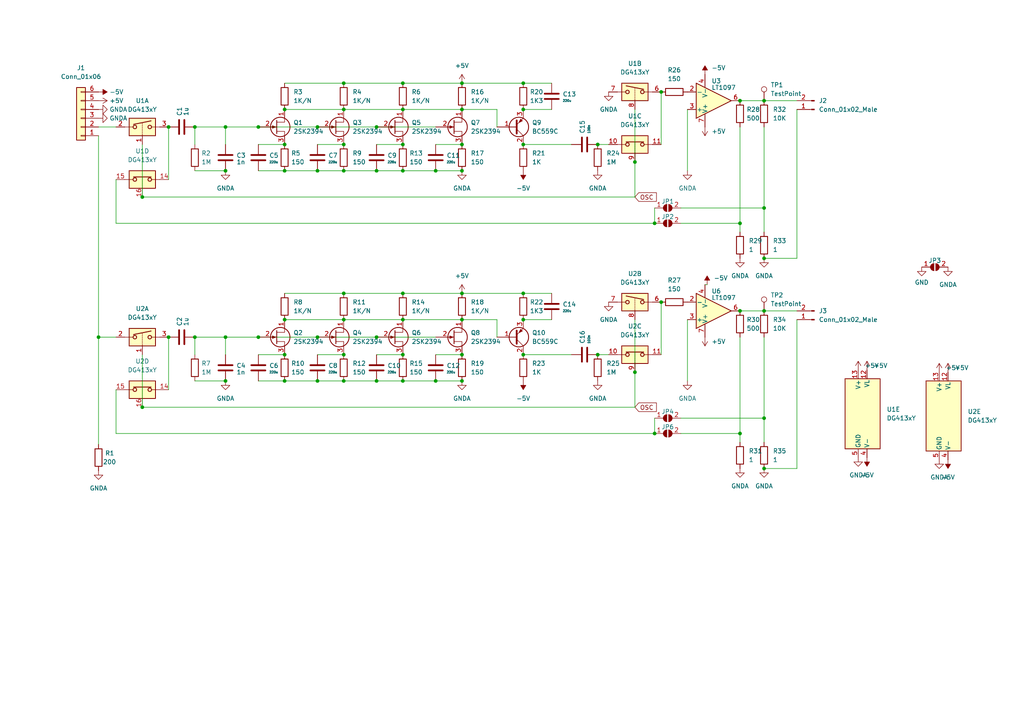
<source format=kicad_sch>
(kicad_sch (version 20211123) (generator eeschema)
  (paper "A4")
  (lib_symbols
    (symbol "Amplifier_Operational:LMH6609MA" (pin_names (offset 0.127))
      (property "Reference" "U" (at 0 6.35 0))
      (property "Value" "LMH6609MA" (at 0 3.81 0))
      (symbol "LMH6609MA_0_1"
        (polyline (pts (xy -5.08 5.08) (xy 5.08 0) (xy -5.08 -5.08) (xy -5.08 5.08)) (stroke (width 0.254)) (fill (type background)))
      )
      (symbol "LMH6609MA_1_1"
        (pin no_connect line (at -2.54 2.54 270) (length 2.54) hide (name "NC") (number "1"))
        (pin input line (at -7.62 -2.54 0) (length 2.54) (name "-") (number "2"))
        (pin input line (at -7.62 2.54 0) (length 2.54) (name "+") (number "3"))
        (pin power_in line (at -2.54 -7.62 90) (length 3.81) (name "V-") (number "4"))
        (pin no_connect line (at 0 2.54 270) (length 2.54) hide (name "NC") (number "5"))
        (pin output line (at 7.62 0 180) (length 2.54) (name "~") (number "6"))
        (pin power_in line (at -2.54 7.62 270) (length 3.81) (name "V+") (number "7"))
        (pin no_connect line (at 0 -2.54 90) (length 2.54) hide (name "NC") (number "8"))
      )
    )
    (symbol "Analog_Switch:DG413xY" (pin_names (offset 0.254))
      (property "Reference" "U" (at -3.175 5.334 0))
      (property "Value" "DG413xY" (at -3.175 3.556 0))
      (symbol "DG413xY_1_1"
        (rectangle (start -3.81 2.54) (end 3.81 -2.54) (stroke (width 0.254)) (fill (type background)))
        (circle (center -2.159 0) (radius 0.508) (stroke (width 0.254)))
        (polyline (pts (xy -5.08 0) (xy -2.794 0)))
        (polyline (pts (xy -2.54 0.762) (xy 2.54 1.778)) (stroke (width 0.254)))
        (polyline (pts (xy 0 -2.54) (xy 0 -2.032)))
        (polyline (pts (xy 0 -1.778) (xy 0 -1.524)))
        (polyline (pts (xy 0 -1.27) (xy 0 -1.016)))
        (polyline (pts (xy 0 -0.762) (xy 0 -0.508)))
        (polyline (pts (xy 0 -0.254) (xy 0 0)))
        (polyline (pts (xy 0 0.254) (xy 0 0.508)))
        (polyline (pts (xy 0 0.762) (xy 0 1.016)))
        (polyline (pts (xy 5.08 0) (xy 2.794 0)))
        (circle (center 2.159 0) (radius 0.508) (stroke (width 0.254)))
        (pin input line (at 0 -5.08 90) (length 2.54) (name "~") (number "1"))
        (pin passive line (at -7.62 0 0) (length 2.54) (name "~") (number "2"))
        (pin passive line (at 7.62 0 180) (length 2.54) (name "~") (number "3"))
      )
      (symbol "DG413xY_2_1"
        (rectangle (start -3.81 2.54) (end 3.81 -2.54) (stroke (width 0.254)) (fill (type background)))
        (circle (center -2.159 0) (radius 0.508) (stroke (width 0.254)))
        (polyline (pts (xy -5.08 0) (xy -2.794 0)))
        (polyline (pts (xy -2.54 0.762) (xy 2.54 1.778)) (stroke (width 0.254)))
        (polyline (pts (xy 0 -2.54) (xy 0 -2.032)))
        (polyline (pts (xy 0 -1.778) (xy 0 -1.524)))
        (polyline (pts (xy 0 -1.27) (xy 0 -1.016)))
        (polyline (pts (xy 0 -0.762) (xy 0 -0.508)))
        (polyline (pts (xy 0 -0.254) (xy 0 0)))
        (polyline (pts (xy 0 0.254) (xy 0 0.508)))
        (polyline (pts (xy 0 0.762) (xy 0 1.016)))
        (polyline (pts (xy 5.08 0) (xy 2.794 0)))
        (circle (center 2.159 0) (radius 0.508) (stroke (width 0.254)))
        (pin passive line (at -7.62 0 0) (length 2.54) (name "~") (number "6"))
        (pin passive line (at 7.62 0 180) (length 2.54) (name "~") (number "7"))
        (pin input line (at 0 -5.08 90) (length 2.54) (name "~") (number "8"))
      )
      (symbol "DG413xY_3_1"
        (rectangle (start -3.81 2.54) (end 3.81 -2.54) (stroke (width 0.254)) (fill (type background)))
        (circle (center -2.159 0) (radius 0.508) (stroke (width 0.254)))
        (polyline (pts (xy -5.08 0) (xy -2.794 0)))
        (polyline (pts (xy -2.54 0.762) (xy 2.54 0.762)) (stroke (width 0.254)))
        (polyline (pts (xy 0 -2.54) (xy 0 -2.032)))
        (polyline (pts (xy 0 -1.778) (xy 0 -1.524)))
        (polyline (pts (xy 0 -1.27) (xy 0 -1.016)))
        (polyline (pts (xy 0 -0.762) (xy 0 -0.508)))
        (polyline (pts (xy 0 -0.254) (xy 0 0)))
        (polyline (pts (xy 0 0.254) (xy 0 0.508)))
        (polyline (pts (xy 5.08 0) (xy 2.794 0)))
        (circle (center 2.159 0) (radius 0.508) (stroke (width 0.254)))
        (pin passive line (at -7.62 0 0) (length 2.54) (name "~") (number "10"))
        (pin passive line (at 7.62 0 180) (length 2.54) (name "~") (number "11"))
        (pin input line (at 0 -5.08 90) (length 2.54) (name "~") (number "9"))
      )
      (symbol "DG413xY_4_1"
        (rectangle (start -3.81 2.54) (end 3.81 -2.54) (stroke (width 0.254)) (fill (type background)))
        (circle (center -2.159 0) (radius 0.508) (stroke (width 0.254)))
        (polyline (pts (xy -5.08 0) (xy -2.794 0)))
        (polyline (pts (xy -2.54 0.762) (xy 2.54 0.762)) (stroke (width 0.254)))
        (polyline (pts (xy 0 -2.54) (xy 0 -2.032)))
        (polyline (pts (xy 0 -1.778) (xy 0 -1.524)))
        (polyline (pts (xy 0 -1.27) (xy 0 -1.016)))
        (polyline (pts (xy 0 -0.762) (xy 0 -0.508)))
        (polyline (pts (xy 0 -0.254) (xy 0 0)))
        (polyline (pts (xy 0 0.254) (xy 0 0.508)))
        (polyline (pts (xy 5.08 0) (xy 2.794 0)))
        (circle (center 2.159 0) (radius 0.508) (stroke (width 0.254)))
        (pin passive line (at 7.62 0 180) (length 2.54) (name "~") (number "14"))
        (pin passive line (at -7.62 0 0) (length 2.54) (name "~") (number "15"))
        (pin input line (at 0 -5.08 90) (length 2.54) (name "~") (number "16"))
      )
      (symbol "DG413xY_5_0"
        (pin power_in line (at 2.54 12.7 270) (length 2.54) (name "VL") (number "12"))
        (pin power_in line (at 0 12.7 270) (length 2.54) (name "V+") (number "13"))
        (pin power_in line (at 2.54 -12.7 90) (length 2.54) (name "V-") (number "4"))
        (pin power_in line (at 0 -12.7 90) (length 2.54) (name "GND") (number "5"))
      )
      (symbol "DG413xY_5_1"
        (rectangle (start -3.81 10.16) (end 6.35 -10.16) (stroke (width 0.254)) (fill (type background)))
      )
    )
    (symbol "Connector:Conn_01x02_Male" (pin_names (offset 1.016) hide)
      (property "Reference" "J" (at 0 2.54 0))
      (property "Value" "Conn_01x02_Male" (at 0 -5.08 0))
      (symbol "Conn_01x02_Male_1_1"
        (polyline (pts (xy 1.27 -2.54) (xy 0.8636 -2.54)) (stroke (width 0.1524)))
        (polyline (pts (xy 1.27 0) (xy 0.8636 0)) (stroke (width 0.1524)))
        (rectangle (start 0.8636 -2.413) (end 0 -2.667) (stroke (width 0.1524)) (fill (type outline)))
        (rectangle (start 0.8636 0.127) (end 0 -0.127) (stroke (width 0.1524)) (fill (type outline)))
        (pin passive line (at 5.08 0 180) (length 3.81) (name "Pin_1") (number "1"))
        (pin passive line (at 5.08 -2.54 180) (length 3.81) (name "Pin_2") (number "2"))
      )
    )
    (symbol "Connector:TestPoint" (pin_numbers hide) (pin_names (offset 0.762) hide)
      (property "Reference" "TP" (at 0 6.858 0))
      (property "Value" "TestPoint" (at 0 5.08 0))
      (symbol "TestPoint_0_1"
        (circle (center 0 3.302) (radius 0.762))
      )
      (symbol "TestPoint_1_1"
        (pin passive line (at 0 0 90) (length 2.54) (name "1") (number "1"))
      )
    )
    (symbol "Connector_Generic:Conn_01x06" (pin_names (offset 1.016) hide)
      (property "Reference" "J" (at 0 7.62 0))
      (property "Value" "Conn_01x06" (at 0 -10.16 0))
      (symbol "Conn_01x06_1_1"
        (rectangle (start -1.27 -7.493) (end 0 -7.747) (stroke (width 0.1524)))
        (rectangle (start -1.27 -4.953) (end 0 -5.207) (stroke (width 0.1524)))
        (rectangle (start -1.27 -2.413) (end 0 -2.667) (stroke (width 0.1524)))
        (rectangle (start -1.27 0.127) (end 0 -0.127) (stroke (width 0.1524)))
        (rectangle (start -1.27 2.667) (end 0 2.413) (stroke (width 0.1524)))
        (rectangle (start -1.27 5.207) (end 0 4.953) (stroke (width 0.1524)))
        (rectangle (start -1.27 6.35) (end 1.27 -8.89) (stroke (width 0.254)) (fill (type background)))
        (pin passive line (at -5.08 5.08 0) (length 3.81) (name "Pin_1") (number "1"))
        (pin passive line (at -5.08 2.54 0) (length 3.81) (name "Pin_2") (number "2"))
        (pin passive line (at -5.08 0 0) (length 3.81) (name "Pin_3") (number "3"))
        (pin passive line (at -5.08 -2.54 0) (length 3.81) (name "Pin_4") (number "4"))
        (pin passive line (at -5.08 -5.08 0) (length 3.81) (name "Pin_5") (number "5"))
        (pin passive line (at -5.08 -7.62 0) (length 3.81) (name "Pin_6") (number "6"))
      )
    )
    (symbol "Device:C" (pin_numbers hide) (pin_names (offset 0.254))
      (property "Reference" "C" (at 0.635 2.54 0))
      (property "Value" "C" (at 0.635 -2.54 0))
      (symbol "C_0_1"
        (polyline (pts (xy -2.032 -0.762) (xy 2.032 -0.762)) (stroke (width 0.508)))
        (polyline (pts (xy -2.032 0.762) (xy 2.032 0.762)) (stroke (width 0.508)))
      )
      (symbol "C_1_1"
        (pin passive line (at 0 3.81 270) (length 2.794) (name "~") (number "1"))
        (pin passive line (at 0 -3.81 90) (length 2.794) (name "~") (number "2"))
      )
    )
    (symbol "Device:Q_NJFET_DGS" (pin_names (offset 0) hide)
      (property "Reference" "Q" (at 5.08 1.27 0))
      (property "Value" "Q_NJFET_DGS" (at 5.08 -1.27 0))
      (symbol "Q_NJFET_DGS_0_1"
        (polyline (pts (xy 0.254 1.905) (xy 0.254 -1.905) (xy 0.254 -1.905)) (stroke (width 0.254)))
        (polyline (pts (xy 2.54 -2.54) (xy 2.54 -1.27) (xy 0.254 -1.27)))
        (polyline (pts (xy 2.54 2.54) (xy 2.54 1.397) (xy 0.254 1.397)))
        (polyline (pts (xy 0 0) (xy -1.016 0.381) (xy -1.016 -0.381) (xy 0 0)) (fill (type outline)))
        (circle (center 1.27 0) (radius 2.8194) (stroke (width 0.254)))
      )
      (symbol "Q_NJFET_DGS_1_1"
        (pin passive line (at 2.54 5.08 270) (length 2.54) (name "D") (number "1"))
        (pin input line (at -5.08 0 0) (length 5.334) (name "G") (number "2"))
        (pin passive line (at 2.54 -5.08 90) (length 2.54) (name "S") (number "3"))
      )
    )
    (symbol "Device:Q_PNP_BCE" (pin_names (offset 0) hide)
      (property "Reference" "Q" (at 5.08 1.27 0))
      (property "Value" "Q_PNP_BCE" (at 5.08 -1.27 0))
      (symbol "Q_PNP_BCE_0_1"
        (polyline (pts (xy 0.635 0.635) (xy 2.54 2.54)))
        (polyline (pts (xy 0.635 -0.635) (xy 2.54 -2.54) (xy 2.54 -2.54)))
        (polyline (pts (xy 0.635 1.905) (xy 0.635 -1.905) (xy 0.635 -1.905)) (stroke (width 0.508)))
        (polyline (pts (xy 2.286 -1.778) (xy 1.778 -2.286) (xy 1.27 -1.27) (xy 2.286 -1.778) (xy 2.286 -1.778)) (fill (type outline)))
        (circle (center 1.27 0) (radius 2.8194) (stroke (width 0.254)))
      )
      (symbol "Q_PNP_BCE_1_1"
        (pin input line (at -5.08 0 0) (length 5.715) (name "B") (number "1"))
        (pin passive line (at 2.54 5.08 270) (length 2.54) (name "C") (number "2"))
        (pin passive line (at 2.54 -5.08 90) (length 2.54) (name "E") (number "3"))
      )
    )
    (symbol "Device:R" (pin_numbers hide) (pin_names (offset 0))
      (property "Reference" "R" (at 2.032 0 90))
      (property "Value" "R" (at 0 0 90))
      (symbol "R_0_1"
        (rectangle (start -1.016 -2.54) (end 1.016 2.54) (stroke (width 0.254)))
      )
      (symbol "R_1_1"
        (pin passive line (at 0 3.81 270) (length 1.27) (name "~") (number "1"))
        (pin passive line (at 0 -3.81 90) (length 1.27) (name "~") (number "2"))
      )
    )
    (symbol "Jumper:SolderJumper_2_Open" (pin_names (offset 0) hide)
      (property "Reference" "JP" (at 0 2.032 0))
      (property "Value" "SolderJumper_2_Open" (at 0 -2.54 0))
      (symbol "SolderJumper_2_Open_0_1"
        (arc (start -0.254 1.016) (mid -1.27 0) (end -0.254 -1.016))
        (arc (start -0.254 1.016) (mid -1.27 0) (end -0.254 -1.016) (fill (type outline)))
        (polyline (pts (xy -0.254 1.016) (xy -0.254 -1.016)))
        (polyline (pts (xy 0.254 1.016) (xy 0.254 -1.016)))
        (arc (start 0.254 -1.016) (mid 1.27 0) (end 0.254 1.016))
        (arc (start 0.254 -1.016) (mid 1.27 0) (end 0.254 1.016) (fill (type outline)))
      )
      (symbol "SolderJumper_2_Open_1_1"
        (pin passive line (at -3.81 0 0) (length 2.54) (name "A") (number "1"))
        (pin passive line (at 3.81 0 180) (length 2.54) (name "B") (number "2"))
      )
    )
    (symbol "power:+5V" (power) (pin_names (offset 0))
      (property "Value" "+5V" (at 0 3.556 0))
      (symbol "+5V_0_1"
        (polyline (pts (xy -0.762 1.27) (xy 0 2.54)))
        (polyline (pts (xy 0 0) (xy 0 2.54)))
        (polyline (pts (xy 0 2.54) (xy 0.762 1.27)))
      )
      (symbol "+5V_1_1"
        (pin power_in line (at 0 0 90) (length 0) hide (name "+5V") (number "1"))
      )
    )
    (symbol "power:-5V" (power) (pin_names (offset 0))
      (property "Value" "-5V" (at 0 3.81 0))
      (symbol "-5V_0_0"
        (pin power_in line (at 0 0 90) (length 0) hide (name "-5V") (number "1"))
      )
      (symbol "-5V_0_1"
        (polyline (pts (xy 0 0) (xy 0 1.27) (xy 0.762 1.27) (xy 0 2.54) (xy -0.762 1.27) (xy 0 1.27)) (fill (type outline)))
      )
    )
    (symbol "power:GND" (power) (pin_names (offset 0))
      (property "Value" "GND" (at 0 -3.81 0))
      (symbol "GND_0_1"
        (polyline (pts (xy 0 0) (xy 0 -1.27) (xy 1.27 -1.27) (xy 0 -2.54) (xy -1.27 -1.27) (xy 0 -1.27)))
      )
      (symbol "GND_1_1"
        (pin power_in line (at 0 0 270) (length 0) hide (name "GND") (number "1"))
      )
    )
    (symbol "power:GNDA" (power) (pin_names (offset 0))
      (property "Value" "GNDA" (at 0 -3.81 0))
      (symbol "GNDA_0_1"
        (polyline (pts (xy 0 0) (xy 0 -1.27) (xy 1.27 -1.27) (xy 0 -2.54) (xy -1.27 -1.27) (xy 0 -1.27)))
      )
      (symbol "GNDA_1_1"
        (pin power_in line (at 0 0 270) (length 0) hide (name "GNDA") (number "1"))
      )
    )
  )
  (junction (at 82.55 110.49))
  (junction (at 116.84 110.49))
  (junction (at 99.695 31.75))
  (junction (at 65.405 110.49))
  (junction (at 99.695 92.71))
  (junction (at 82.55 92.71))
  (junction (at 41.275 57.15))
  (junction (at 109.22 97.79))
  (junction (at 151.765 102.87))
  (junction (at 126.365 110.49))
  (junction (at 65.405 97.79))
  (junction (at 116.84 24.13))
  (junction (at 92.075 49.53))
  (junction (at 214.63 125.73))
  (junction (at 189.865 64.77))
  (junction (at 116.84 85.09))
  (junction (at 74.93 97.79))
  (junction (at 41.275 118.11))
  (junction (at 48.895 97.79))
  (junction (at 82.55 41.91))
  (junction (at 133.985 102.87))
  (junction (at 221.615 74.93))
  (junction (at 191.77 26.67))
  (junction (at 173.355 102.87))
  (junction (at 221.615 121.285))
  (junction (at 92.075 97.79))
  (junction (at 184.15 107.95))
  (junction (at 133.985 41.91))
  (junction (at 109.22 110.49))
  (junction (at 151.765 85.09))
  (junction (at 116.84 102.87))
  (junction (at 92.075 110.49))
  (junction (at 214.63 90.17))
  (junction (at 116.84 92.71))
  (junction (at 82.55 102.87))
  (junction (at 133.985 24.13))
  (junction (at 28.575 97.79))
  (junction (at 214.63 29.21))
  (junction (at 99.695 24.13))
  (junction (at 99.695 110.49))
  (junction (at 56.515 97.79))
  (junction (at 74.93 36.83))
  (junction (at 214.63 64.77))
  (junction (at 133.985 49.53))
  (junction (at 151.765 24.13))
  (junction (at 82.55 49.53))
  (junction (at 65.405 36.83))
  (junction (at 184.15 46.99))
  (junction (at 92.075 36.83))
  (junction (at 48.895 36.83))
  (junction (at 99.695 102.87))
  (junction (at 65.405 49.53))
  (junction (at 56.515 36.83))
  (junction (at 221.615 60.325))
  (junction (at 116.84 31.75))
  (junction (at 151.765 92.71))
  (junction (at 82.55 31.75))
  (junction (at 99.695 85.09))
  (junction (at 116.84 41.91))
  (junction (at 173.355 41.91))
  (junction (at 221.615 90.17))
  (junction (at 99.695 41.91))
  (junction (at 133.985 85.09))
  (junction (at 191.77 87.63))
  (junction (at 133.985 31.75))
  (junction (at 151.765 41.91))
  (junction (at 133.985 92.71))
  (junction (at 109.22 36.83))
  (junction (at 126.365 49.53))
  (junction (at 133.985 110.49))
  (junction (at 99.695 49.53))
  (junction (at 116.84 49.53))
  (junction (at 221.615 135.89))
  (junction (at 151.765 31.75))
  (junction (at 221.615 29.21))
  (junction (at 109.22 49.53))
  (junction (at 189.865 125.73))
  (wire (pts (xy 151.765 41.91) (xy 165.735 41.91)))
  (wire (pts (xy 28.575 36.83) (xy 33.655 36.83)))
  (wire (pts (xy 189.865 60.325) (xy 189.865 64.77)))
  (wire (pts (xy 109.22 41.91) (xy 116.84 41.91)))
  (wire (pts (xy 116.84 24.13) (xy 133.985 24.13)))
  (wire (pts (xy 65.405 36.83) (xy 56.515 36.83)))
  (wire (pts (xy 133.985 31.75) (xy 144.145 31.75)))
  (wire (pts (xy 28.575 97.79) (xy 28.575 128.905)))
  (wire (pts (xy 41.275 57.15) (xy 184.15 57.15)))
  (wire (pts (xy 74.93 49.53) (xy 82.55 49.53)))
  (wire (pts (xy 116.84 92.71) (xy 133.985 92.71)))
  (wire (pts (xy 74.93 36.83) (xy 65.405 36.83)))
  (wire (pts (xy 92.075 102.87) (xy 99.695 102.87)))
  (wire (pts (xy 191.77 87.63) (xy 191.77 102.87)))
  (wire (pts (xy 65.405 97.79) (xy 65.405 102.87)))
  (wire (pts (xy 82.55 110.49) (xy 92.075 110.49)))
  (wire (pts (xy 214.63 97.79) (xy 214.63 125.73)))
  (wire (pts (xy 197.485 60.325) (xy 221.615 60.325)))
  (wire (pts (xy 65.405 36.83) (xy 65.405 41.91)))
  (wire (pts (xy 191.77 26.67) (xy 191.77 41.91)))
  (wire (pts (xy 82.55 31.75) (xy 99.695 31.75)))
  (wire (pts (xy 126.365 110.49) (xy 133.985 110.49)))
  (wire (pts (xy 133.985 24.13) (xy 151.765 24.13)))
  (wire (pts (xy 92.075 41.91) (xy 99.695 41.91)))
  (wire (pts (xy 56.515 36.83) (xy 56.515 41.91)))
  (wire (pts (xy 116.84 85.09) (xy 133.985 85.09)))
  (wire (pts (xy 173.355 102.87) (xy 176.53 102.87)))
  (wire (pts (xy 231.14 31.75) (xy 231.14 74.93)))
  (wire (pts (xy 109.22 102.87) (xy 116.84 102.87)))
  (wire (pts (xy 82.55 92.71) (xy 99.695 92.71)))
  (wire (pts (xy 109.22 110.49) (xy 116.84 110.49)))
  (wire (pts (xy 41.275 118.11) (xy 184.15 118.11)))
  (wire (pts (xy 189.865 125.73) (xy 33.655 125.73)))
  (wire (pts (xy 221.615 36.83) (xy 221.615 60.325)))
  (wire (pts (xy 151.765 85.09) (xy 160.02 85.09)))
  (wire (pts (xy 144.145 92.71) (xy 144.145 97.79)))
  (wire (pts (xy 173.355 41.91) (xy 176.53 41.91)))
  (wire (pts (xy 99.695 92.71) (xy 116.84 92.71)))
  (wire (pts (xy 126.365 41.91) (xy 133.985 41.91)))
  (wire (pts (xy 41.275 41.91) (xy 41.275 57.15)))
  (wire (pts (xy 116.84 49.53) (xy 126.365 49.53)))
  (wire (pts (xy 92.075 97.79) (xy 109.22 97.79)))
  (wire (pts (xy 99.695 31.75) (xy 116.84 31.75)))
  (wire (pts (xy 33.655 64.77) (xy 33.655 52.07)))
  (wire (pts (xy 214.63 36.83) (xy 214.63 64.77)))
  (wire (pts (xy 204.47 82.55) (xy 205.105 82.55)))
  (wire (pts (xy 82.55 85.09) (xy 99.695 85.09)))
  (wire (pts (xy 184.15 107.95) (xy 184.15 118.11)))
  (wire (pts (xy 151.765 92.71) (xy 160.02 92.71)))
  (wire (pts (xy 82.55 49.53) (xy 92.075 49.53)))
  (wire (pts (xy 126.365 102.87) (xy 133.985 102.87)))
  (wire (pts (xy 214.63 125.73) (xy 197.485 125.73)))
  (wire (pts (xy 126.365 49.53) (xy 133.985 49.53)))
  (wire (pts (xy 74.93 97.79) (xy 92.075 97.79)))
  (wire (pts (xy 184.15 31.75) (xy 184.15 46.99)))
  (wire (pts (xy 133.985 85.09) (xy 151.765 85.09)))
  (wire (pts (xy 74.93 110.49) (xy 82.55 110.49)))
  (wire (pts (xy 231.14 92.71) (xy 231.14 135.89)))
  (wire (pts (xy 189.865 64.77) (xy 33.655 64.77)))
  (wire (pts (xy 56.515 110.49) (xy 65.405 110.49)))
  (wire (pts (xy 199.39 92.71) (xy 199.39 110.49)))
  (wire (pts (xy 92.075 110.49) (xy 99.695 110.49)))
  (wire (pts (xy 92.075 36.83) (xy 109.22 36.83)))
  (wire (pts (xy 197.485 121.285) (xy 221.615 121.285)))
  (wire (pts (xy 199.39 31.75) (xy 199.39 49.53)))
  (wire (pts (xy 109.22 97.79) (xy 126.365 97.79)))
  (wire (pts (xy 74.93 97.79) (xy 65.405 97.79)))
  (wire (pts (xy 56.515 97.79) (xy 56.515 102.87)))
  (wire (pts (xy 33.655 125.73) (xy 33.655 113.03)))
  (wire (pts (xy 74.93 41.91) (xy 82.55 41.91)))
  (wire (pts (xy 151.765 102.87) (xy 165.735 102.87)))
  (wire (pts (xy 99.695 24.13) (xy 116.84 24.13)))
  (wire (pts (xy 99.695 49.53) (xy 109.22 49.53)))
  (wire (pts (xy 74.93 36.83) (xy 92.075 36.83)))
  (wire (pts (xy 99.695 85.09) (xy 116.84 85.09)))
  (wire (pts (xy 231.14 135.89) (xy 221.615 135.89)))
  (wire (pts (xy 48.895 36.83) (xy 48.895 52.07)))
  (wire (pts (xy 41.275 102.87) (xy 41.275 118.11)))
  (wire (pts (xy 221.615 60.325) (xy 221.615 67.31)))
  (wire (pts (xy 116.84 110.49) (xy 126.365 110.49)))
  (wire (pts (xy 189.865 121.285) (xy 189.865 125.73)))
  (wire (pts (xy 231.14 29.21) (xy 221.615 29.21)))
  (wire (pts (xy 56.515 49.53) (xy 65.405 49.53)))
  (wire (pts (xy 28.575 39.37) (xy 28.575 97.79)))
  (wire (pts (xy 133.985 92.71) (xy 144.145 92.71)))
  (wire (pts (xy 65.405 97.79) (xy 56.515 97.79)))
  (wire (pts (xy 151.765 31.75) (xy 160.02 31.75)))
  (wire (pts (xy 231.14 74.93) (xy 221.615 74.93)))
  (wire (pts (xy 184.15 92.71) (xy 184.15 107.95)))
  (wire (pts (xy 74.93 102.87) (xy 82.55 102.87)))
  (wire (pts (xy 109.22 49.53) (xy 116.84 49.53)))
  (wire (pts (xy 82.55 24.13) (xy 99.695 24.13)))
  (wire (pts (xy 92.075 49.53) (xy 99.695 49.53)))
  (wire (pts (xy 109.22 36.83) (xy 126.365 36.83)))
  (wire (pts (xy 48.895 97.79) (xy 48.895 113.03)))
  (wire (pts (xy 214.63 29.21) (xy 221.615 29.21)))
  (wire (pts (xy 214.63 90.17) (xy 221.615 90.17)))
  (wire (pts (xy 184.15 46.99) (xy 184.15 57.15)))
  (wire (pts (xy 214.63 64.77) (xy 214.63 67.31)))
  (wire (pts (xy 144.145 31.75) (xy 144.145 36.83)))
  (wire (pts (xy 214.63 64.77) (xy 197.485 64.77)))
  (wire (pts (xy 221.615 90.17) (xy 231.14 90.17)))
  (wire (pts (xy 214.63 125.73) (xy 214.63 128.27)))
  (wire (pts (xy 99.695 110.49) (xy 109.22 110.49)))
  (wire (pts (xy 151.765 24.13) (xy 160.02 24.13)))
  (wire (pts (xy 116.84 31.75) (xy 133.985 31.75)))
  (wire (pts (xy 221.615 97.79) (xy 221.615 121.285)))
  (wire (pts (xy 221.615 121.285) (xy 221.615 128.27)))
  (wire (pts (xy 28.575 97.79) (xy 33.655 97.79)))
  (global_label "OSC" (shape input) (at 184.15 57.15 0) (property "Intersheet References" "${INTERSHEET_REFS}" (effects hide)))
  (global_label "OSC" (shape input) (at 184.15 118.11 0) (property "Intersheet References" "${INTERSHEET_REFS}" (effects hide)))
  (symbol (lib_id "Device:C") (at 126.365 45.72 0) (unit 1)
    (property "Reference" "C11" (at 129.54 45.085 0) (effects (justify left)))
    (property "Value" "220u" (at 129.54 46.99 0) (effects (font (size 0.65 0.65)) (justify left)))
    (property "Footprint" "Capacitor_SMD:C_1206_3216Metric_Pad1.33x1.80mm_HandSolder" (effects hide))
  )
  (symbol (lib_id "Device:R") (at 151.765 45.72 0) (unit 1)
    (property "Reference" "R21" (at 154.305 44.4499 0) (effects (justify left)))
    (property "Value" "1K" (at 154.305 46.9899 0) (effects (justify left)))
    (property "Footprint" "Capacitor_SMD:C_1206_3216Metric_Pad1.33x1.80mm_HandSolder" (effects hide))
  )
  (symbol (lib_id "Amplifier_Operational:LMH6609MA") (at 207.01 29.21 0) (mirror x) (unit 1)
    (property "Reference" "U3" (at 206.375 23.495 0) (effects (justify left)))
    (property "Value" "LT1097" (at 206.375 25.4 0) (effects (justify left)))
    (property "Footprint" "Package_SO:SOIC-8_3.9x4.9mm_P1.27mm" (effects hide))
    (property "Datasheet" "http://www.ti.com/lit/ds/symlink/lmh6609.pdf" (effects hide))
  )
  (symbol (lib_id "Analog_Switch:DG413xY") (at 41.275 97.79 0) (unit 1)
    (property "Reference" "U2" (at 41.275 89.535 0))
    (property "Value" "DG413xY" (at 41.275 92.075 0))
    (property "Footprint" "Package_SO:SOIC-16_3.9x9.9mm_P1.27mm" (effects hide))
    (property "Datasheet" "https://datasheets.maximintegrated.com/en/ds/DG411-DG413.pdf" (effects hide))
  )
  (symbol (lib_id "Device:R") (at 221.615 132.08 0) (unit 1)
    (property "Reference" "R35" (at 224.155 130.8099 0) (effects (justify left)))
    (property "Value" "1" (at 224.155 133.3499 0) (effects (justify left)))
    (property "Footprint" "Capacitor_SMD:C_1206_3216Metric_Pad1.33x1.80mm_HandSolder" (effects hide))
  )
  (symbol (lib_id "power:GNDA") (at 65.405 110.49 0) (unit 1)
    (property "Reference" "#PWR0115" (effects hide))
    (property "Value" "GNDA" (at 65.405 115.57 0))
  )
  (symbol (lib_id "power:+5V") (at 274.955 107.95 0) (unit 1)
    (property "Reference" "#PWR0134" (effects hide))
    (property "Value" "+5V" (at 276.86 106.6799 0) (effects (justify left)))
  )
  (symbol (lib_id "power:+5V") (at 272.415 107.95 0) (unit 1)
    (property "Reference" "#PWR0135" (effects hide))
    (property "Value" "+5V" (at 274.32 106.6799 0) (effects (justify left)))
  )
  (symbol (lib_id "power:-5V") (at 151.765 110.49 180) (unit 1)
    (property "Reference" "#PWR0120" (effects hide))
    (property "Value" "-5V" (at 151.765 115.57 0))
  )
  (symbol (lib_id "power:GND") (at 267.335 77.47 0) (unit 1)
    (property "Reference" "#PWR0113" (effects hide))
    (property "Value" "GND" (at 267.335 81.915 0))
  )
  (symbol (lib_id "Device:R") (at 195.58 87.63 270) (unit 1)
    (property "Reference" "R27" (at 195.58 81.28 90))
    (property "Value" "150" (at 195.58 83.82 90))
    (property "Footprint" "Capacitor_SMD:C_1206_3216Metric_Pad1.33x1.80mm_HandSolder" (effects hide))
  )
  (symbol (lib_id "Device:C") (at 92.075 106.68 0) (unit 1)
    (property "Reference" "C8" (at 95.25 106.045 0) (effects (justify left)))
    (property "Value" "220u" (at 95.25 107.95 0) (effects (font (size 0.65 0.65)) (justify left)))
    (property "Footprint" "Capacitor_SMD:C_1206_3216Metric_Pad1.33x1.80mm_HandSolder" (effects hide))
  )
  (symbol (lib_id "Analog_Switch:DG413xY") (at 184.15 41.91 0) (unit 3)
    (property "Reference" "U1" (at 184.15 33.655 0))
    (property "Value" "DG413xY" (at 184.15 36.195 0))
    (property "Footprint" "Package_SO:SOIC-16_3.9x9.9mm_P1.27mm" (effects hide))
    (property "Datasheet" "https://datasheets.maximintegrated.com/en/ds/DG411-DG413.pdf" (effects hide))
  )
  (symbol (lib_id "Device:R") (at 99.695 27.94 0) (unit 1)
    (property "Reference" "R4" (at 102.235 26.6699 0) (effects (justify left)))
    (property "Value" "1K/N" (at 102.235 29.2099 0) (effects (justify left)))
    (property "Footprint" "Capacitor_SMD:C_1206_3216Metric_Pad1.33x1.80mm_HandSolder" (effects hide))
  )
  (symbol (lib_id "power:GNDA") (at 214.63 74.93 0) (unit 1)
    (property "Reference" "#PWR0121" (effects hide))
    (property "Value" "GNDA" (at 214.63 80.01 0))
  )
  (symbol (lib_id "Device:R") (at 173.355 106.68 0) (unit 1)
    (property "Reference" "R25" (at 175.895 105.4099 0) (effects (justify left)))
    (property "Value" "1M" (at 175.895 107.9499 0) (effects (justify left)))
    (property "Footprint" "Capacitor_SMD:C_1206_3216Metric_Pad1.33x1.80mm_HandSolder" (effects hide))
  )
  (symbol (lib_id "power:+5V") (at 28.575 29.21 270) (unit 1)
    (property "Reference" "#PWR0139" (effects hide))
    (property "Value" "+5V" (at 31.75 29.2099 90) (effects (justify left)))
  )
  (symbol (lib_id "Device:R") (at 151.765 106.68 0) (unit 1)
    (property "Reference" "R23" (at 154.305 105.4099 0) (effects (justify left)))
    (property "Value" "1K" (at 154.305 107.9499 0) (effects (justify left)))
    (property "Footprint" "Capacitor_SMD:C_1206_3216Metric_Pad1.33x1.80mm_HandSolder" (effects hide))
  )
  (symbol (lib_id "Device:Q_PNP_BCE") (at 149.225 36.83 0) (mirror x) (unit 1)
    (property "Reference" "Q9" (at 154.305 35.5599 0) (effects (justify left)))
    (property "Value" "BC559C" (at 154.305 38.0999 0) (effects (justify left)))
    (property "Footprint" "Package_TO_SOT_THT:TO-92L_Inline_Wide" (effects hide))
  )
  (symbol (lib_id "Device:C") (at 92.075 45.72 0) (unit 1)
    (property "Reference" "C7" (at 95.25 45.085 0) (effects (justify left)))
    (property "Value" "220u" (at 95.25 46.99 0) (effects (font (size 0.65 0.65)) (justify left)))
    (property "Footprint" "Capacitor_SMD:C_1206_3216Metric_Pad1.33x1.80mm_HandSolder" (effects hide))
  )
  (symbol (lib_id "Device:Q_NJFET_DGS") (at 80.01 97.79 0) (unit 1)
    (property "Reference" "Q2" (at 85.09 96.5199 0) (effects (justify left)))
    (property "Value" "2SK2394" (at 85.09 99.0599 0) (effects (justify left)))
    (property "Footprint" "Package_TO_SOT_SMD:SOT-23_Handsoldering" (effects hide))
  )
  (symbol (lib_id "power:+5V") (at 133.985 85.09 0) (unit 1)
    (property "Reference" "#PWR0117" (effects hide))
    (property "Value" "+5V" (at 133.985 80.01 0))
  )
  (symbol (lib_id "Device:Q_NJFET_DGS") (at 131.445 97.79 0) (unit 1)
    (property "Reference" "Q8" (at 136.525 96.5199 0) (effects (justify left)))
    (property "Value" "2SK2394" (at 136.525 99.0599 0) (effects (justify left)))
    (property "Footprint" "Package_TO_SOT_SMD:SOT-23_Handsoldering" (effects hide))
  )
  (symbol (lib_id "Device:R") (at 99.695 88.9 0) (unit 1)
    (property "Reference" "R11" (at 102.235 87.6299 0) (effects (justify left)))
    (property "Value" "1K/N" (at 102.235 90.1699 0) (effects (justify left)))
    (property "Footprint" "Capacitor_SMD:C_1206_3216Metric_Pad1.33x1.80mm_HandSolder" (effects hide))
  )
  (symbol (lib_id "Device:Q_NJFET_DGS") (at 131.445 36.83 0) (unit 1)
    (property "Reference" "Q7" (at 136.525 35.5599 0) (effects (justify left)))
    (property "Value" "2SK2394" (at 136.525 38.0999 0) (effects (justify left)))
    (property "Footprint" "Package_TO_SOT_SMD:SOT-23_Handsoldering" (effects hide))
  )
  (symbol (lib_id "power:GNDA") (at 28.575 136.525 0) (unit 1)
    (property "Reference" "#PWR0102" (effects hide))
    (property "Value" "GNDA" (at 28.575 141.605 0))
  )
  (symbol (lib_id "power:GNDA") (at 221.615 135.89 0) (unit 1)
    (property "Reference" "#PWR0129" (effects hide))
    (property "Value" "GNDA" (at 221.615 140.97 0))
  )
  (symbol (lib_id "Device:Q_NJFET_DGS") (at 80.01 36.83 0) (unit 1)
    (property "Reference" "Q1" (at 85.09 35.5599 0) (effects (justify left)))
    (property "Value" "2SK2394" (at 85.09 38.0999 0) (effects (justify left)))
    (property "Footprint" "Package_TO_SOT_SMD:SOT-23_Handsoldering" (effects hide))
  )
  (symbol (lib_id "power:+5V") (at 133.985 24.13 0) (unit 1)
    (property "Reference" "#PWR0110" (effects hide))
    (property "Value" "+5V" (at 133.985 19.05 0))
  )
  (symbol (lib_id "Analog_Switch:DG413xY") (at 184.15 26.67 0) (mirror y) (unit 2)
    (property "Reference" "U1" (at 184.15 18.415 0))
    (property "Value" "DG413xY" (at 184.15 20.955 0))
    (property "Footprint" "Package_SO:SOIC-16_3.9x9.9mm_P1.27mm" (effects hide))
    (property "Datasheet" "https://datasheets.maximintegrated.com/en/ds/DG411-DG413.pdf" (effects hide))
  )
  (symbol (lib_id "power:GNDA") (at 274.955 77.47 0) (unit 1)
    (property "Reference" "#PWR0114" (effects hide))
    (property "Value" "GNDA" (at 274.955 82.55 0))
  )
  (symbol (lib_id "Device:R") (at 82.55 88.9 0) (unit 1)
    (property "Reference" "R8" (at 85.09 87.6299 0) (effects (justify left)))
    (property "Value" "1K/N" (at 85.09 90.1699 0) (effects (justify left)))
    (property "Footprint" "Capacitor_SMD:C_1206_3216Metric_Pad1.33x1.80mm_HandSolder" (effects hide))
  )
  (symbol (lib_id "power:+5V") (at 248.92 107.315 0) (unit 1)
    (property "Reference" "#PWR0105" (effects hide))
    (property "Value" "+5V" (at 250.825 106.0449 0) (effects (justify left)))
  )
  (symbol (lib_id "Device:R") (at 133.985 45.72 0) (unit 1)
    (property "Reference" "R17" (at 136.525 44.4499 0) (effects (justify left)))
    (property "Value" "150" (at 136.525 46.9899 0) (effects (justify left)))
    (property "Footprint" "Capacitor_SMD:C_1206_3216Metric_Pad1.33x1.80mm_HandSolder" (effects hide))
  )
  (symbol (lib_id "Device:C") (at 52.705 36.83 90) (unit 1)
    (property "Reference" "C1" (at 52.07 33.655 0) (effects (justify left)))
    (property "Value" "1u" (at 53.975 33.655 0) (effects (justify left)))
    (property "Footprint" "Capacitor_SMD:C_1206_3216Metric_Pad1.33x1.80mm_HandSolder" (effects hide))
  )
  (symbol (lib_id "Analog_Switch:DG413xY") (at 41.275 113.03 0) (unit 4)
    (property "Reference" "U2" (at 41.275 104.775 0))
    (property "Value" "DG413xY" (at 41.275 107.315 0))
    (property "Footprint" "Package_SO:SOIC-16_3.9x9.9mm_P1.27mm" (effects hide))
    (property "Datasheet" "https://datasheets.maximintegrated.com/en/ds/DG411-DG413.pdf" (effects hide))
  )
  (symbol (lib_id "Device:R") (at 82.55 27.94 0) (unit 1)
    (property "Reference" "R3" (at 85.09 26.6699 0) (effects (justify left)))
    (property "Value" "1K/N" (at 85.09 29.2099 0) (effects (justify left)))
    (property "Footprint" "Capacitor_SMD:C_1206_3216Metric_Pad1.33x1.80mm_HandSolder" (effects hide))
  )
  (symbol (lib_id "Device:R") (at 221.615 71.12 0) (unit 1)
    (property "Reference" "R33" (at 224.155 69.8499 0) (effects (justify left)))
    (property "Value" "1" (at 224.155 72.3899 0) (effects (justify left)))
    (property "Footprint" "Capacitor_SMD:C_1206_3216Metric_Pad1.33x1.80mm_HandSolder" (effects hide))
  )
  (symbol (lib_id "Device:R") (at 82.55 106.68 0) (unit 1)
    (property "Reference" "R10" (at 84.455 105.4099 0) (effects (justify left)))
    (property "Value" "150" (at 84.455 107.9499 0) (effects (justify left)))
    (property "Footprint" "Capacitor_SMD:C_1206_3216Metric_Pad1.33x1.80mm_HandSolder" (effects hide))
  )
  (symbol (lib_id "Device:C") (at 109.22 45.72 0) (unit 1)
    (property "Reference" "C9" (at 112.395 45.0849 0) (effects (justify left)))
    (property "Value" "220u" (at 112.395 46.9899 0) (effects (font (size 0.65 0.65)) (justify left)))
    (property "Footprint" "Capacitor_SMD:C_1206_3216Metric_Pad1.33x1.80mm_HandSolder" (effects hide))
  )
  (symbol (lib_id "Jumper:SolderJumper_2_Open") (at 193.675 64.77 0) (unit 1)
    (property "Reference" "JP2" (at 193.675 62.865 0))
    (property "Value" "SolderJumper_2_Open" (effects hide))
    (property "Footprint" "Jumper:SolderJumper-2_P1.3mm_Open_TrianglePad1.0x1.5mm" (effects hide))
  )
  (symbol (lib_id "Device:C") (at 65.405 106.68 0) (unit 1)
    (property "Reference" "C4" (at 68.58 106.045 0) (effects (justify left)))
    (property "Value" "1n" (at 68.58 107.95 0) (effects (justify left)))
    (property "Footprint" "Capacitor_SMD:C_1206_3216Metric_Pad1.33x1.80mm_HandSolder" (effects hide))
  )
  (symbol (lib_id "power:GNDA") (at 28.575 34.29 90) (unit 1)
    (property "Reference" "#PWR0138" (effects hide))
    (property "Value" "GNDA" (at 31.75 34.2899 90) (effects (justify right)))
  )
  (symbol (lib_id "Device:R") (at 56.515 45.72 0) (unit 1)
    (property "Reference" "R2" (at 58.42 44.4499 0) (effects (justify left)))
    (property "Value" "1M" (at 58.42 46.9899 0) (effects (justify left)))
    (property "Footprint" "Capacitor_SMD:C_1206_3216Metric_Pad1.33x1.80mm_HandSolder" (effects hide))
  )
  (symbol (lib_id "Device:C") (at 74.93 45.72 0) (unit 1)
    (property "Reference" "C5" (at 78.105 45.0849 0) (effects (justify left)))
    (property "Value" "220u" (at 78.105 46.9899 0) (effects (font (size 0.65 0.65)) (justify left)))
    (property "Footprint" "Capacitor_SMD:C_1206_3216Metric_Pad1.33x1.80mm_HandSolder" (effects hide))
  )
  (symbol (lib_id "power:GNDA") (at 28.575 31.75 90) (unit 1)
    (property "Reference" "#PWR0137" (effects hide))
    (property "Value" "GNDA" (at 31.75 31.75 90) (effects (justify right)))
  )
  (symbol (lib_id "Device:C") (at 109.22 106.68 0) (unit 1)
    (property "Reference" "C10" (at 112.395 106.0449 0) (effects (justify left)))
    (property "Value" "220u" (at 112.395 107.9499 0) (effects (font (size 0.65 0.65)) (justify left)))
    (property "Footprint" "Capacitor_SMD:C_1206_3216Metric_Pad1.33x1.80mm_HandSolder" (effects hide))
  )
  (symbol (lib_id "Device:R") (at 99.695 106.68 0) (unit 1)
    (property "Reference" "R12" (at 102.235 105.4099 0) (effects (justify left)))
    (property "Value" "150" (at 102.235 107.9499 0) (effects (justify left)))
    (property "Footprint" "Capacitor_SMD:C_1206_3216Metric_Pad1.33x1.80mm_HandSolder" (effects hide))
  )
  (symbol (lib_id "power:-5V") (at 204.47 21.59 0) (unit 1)
    (property "Reference" "#PWR0124" (effects hide))
    (property "Value" "-5V" (at 206.375 19.685 0) (effects (justify left)))
  )
  (symbol (lib_id "Device:R") (at 151.765 27.94 0) (unit 1)
    (property "Reference" "R20" (at 153.67 26.6699 0) (effects (justify left)))
    (property "Value" "1K3" (at 153.67 29.2099 0) (effects (justify left)))
    (property "Footprint" "Capacitor_SMD:C_1206_3216Metric_Pad1.33x1.80mm_HandSolder" (effects hide))
  )
  (symbol (lib_id "Analog_Switch:DG413xY") (at 184.15 102.87 0) (unit 3)
    (property "Reference" "U2" (at 184.15 94.615 0))
    (property "Value" "DG413xY" (at 184.15 97.155 0))
    (property "Footprint" "Package_SO:SOIC-16_3.9x9.9mm_P1.27mm" (effects hide))
    (property "Datasheet" "https://datasheets.maximintegrated.com/en/ds/DG411-DG413.pdf" (effects hide))
  )
  (symbol (lib_id "Analog_Switch:DG413xY") (at 272.415 120.65 0) (unit 5)
    (property "Reference" "U2" (at 280.67 119.3799 0) (effects (justify left)))
    (property "Value" "DG413xY" (at 280.67 121.9199 0) (effects (justify left)))
    (property "Footprint" "Package_SO:SOIC-16_3.9x9.9mm_P1.27mm" (effects hide))
    (property "Datasheet" "https://datasheets.maximintegrated.com/en/ds/DG411-DG413.pdf" (effects hide))
  )
  (symbol (lib_id "Connector:TestPoint") (at 221.615 90.17 0) (unit 1)
    (property "Reference" "TP2" (at 223.52 85.5979 0) (effects (justify left)))
    (property "Value" "TestPoint" (at 223.52 88.1379 0) (effects (justify left)))
    (property "Footprint" "TestPoint:TestPoint_Loop_D2.60mm_Drill1.4mm_Beaded" (effects hide))
  )
  (symbol (lib_id "Device:C") (at 65.405 45.72 0) (unit 1)
    (property "Reference" "C3" (at 68.58 45.085 0) (effects (justify left)))
    (property "Value" "1n" (at 68.58 46.99 0) (effects (justify left)))
    (property "Footprint" "Capacitor_SMD:C_1206_3216Metric_Pad1.33x1.80mm_HandSolder" (effects hide))
  )
  (symbol (lib_id "Jumper:SolderJumper_2_Open") (at 193.675 121.285 0) (unit 1)
    (property "Reference" "JP4" (at 193.675 119.38 0))
    (property "Value" "SolderJumper_2_Open" (effects hide))
    (property "Footprint" "Jumper:SolderJumper-2_P1.3mm_Open_TrianglePad1.0x1.5mm" (effects hide))
  )
  (symbol (lib_id "Device:R") (at 133.985 88.9 0) (unit 1)
    (property "Reference" "R18" (at 136.525 87.6299 0) (effects (justify left)))
    (property "Value" "1K/N" (at 136.525 90.1699 0) (effects (justify left)))
    (property "Footprint" "Capacitor_SMD:C_1206_3216Metric_Pad1.33x1.80mm_HandSolder" (effects hide))
  )
  (symbol (lib_id "Device:Q_NJFET_DGS") (at 114.3 97.79 0) (unit 1)
    (property "Reference" "Q6" (at 119.38 96.5199 0) (effects (justify left)))
    (property "Value" "2SK2394" (at 119.38 99.0599 0) (effects (justify left)))
    (property "Footprint" "Package_TO_SOT_SMD:SOT-23_Handsoldering" (effects hide))
  )
  (symbol (lib_id "Device:R") (at 116.84 88.9 0) (unit 1)
    (property "Reference" "R14" (at 119.38 87.6299 0) (effects (justify left)))
    (property "Value" "1K/N" (at 119.38 90.1699 0) (effects (justify left)))
    (property "Footprint" "Capacitor_SMD:C_1206_3216Metric_Pad1.33x1.80mm_HandSolder" (effects hide))
  )
  (symbol (lib_id "power:+5V") (at 204.47 36.83 180) (unit 1)
    (property "Reference" "#PWR0125" (effects hide))
    (property "Value" "+5V" (at 206.375 38.0999 0) (effects (justify right)))
  )
  (symbol (lib_id "Jumper:SolderJumper_2_Open") (at 193.675 60.325 0) (unit 1)
    (property "Reference" "JP1" (at 193.675 58.42 0))
    (property "Value" "SolderJumper_2_Open" (effects hide))
    (property "Footprint" "Jumper:SolderJumper-2_P1.3mm_Open_TrianglePad1.0x1.5mm" (effects hide))
  )
  (symbol (lib_id "Device:R") (at 195.58 26.67 270) (unit 1)
    (property "Reference" "R26" (at 195.58 20.32 90))
    (property "Value" "150" (at 195.58 22.86 90))
    (property "Footprint" "Capacitor_SMD:C_1206_3216Metric_Pad1.33x1.80mm_HandSolder" (effects hide))
  )
  (symbol (lib_id "Device:C") (at 74.93 106.68 0) (unit 1)
    (property "Reference" "C6" (at 78.105 106.0449 0) (effects (justify left)))
    (property "Value" "220u" (at 78.105 107.9499 0) (effects (font (size 0.65 0.65)) (justify left)))
    (property "Footprint" "Capacitor_SMD:C_1206_3216Metric_Pad1.33x1.80mm_HandSolder" (effects hide))
  )
  (symbol (lib_id "Device:R") (at 133.985 106.68 0) (unit 1)
    (property "Reference" "R19" (at 136.525 105.4099 0) (effects (justify left)))
    (property "Value" "150" (at 136.525 107.9499 0) (effects (justify left)))
    (property "Footprint" "Capacitor_SMD:C_1206_3216Metric_Pad1.33x1.80mm_HandSolder" (effects hide))
  )
  (symbol (lib_id "Connector:TestPoint") (at 221.615 29.21 0) (unit 1)
    (property "Reference" "TP1" (at 223.52 24.6379 0) (effects (justify left)))
    (property "Value" "TestPoint" (at 223.52 27.1779 0) (effects (justify left)))
    (property "Footprint" "TestPoint:TestPoint_Loop_D2.60mm_Drill1.4mm_Beaded" (effects hide))
  )
  (symbol (lib_id "Device:R") (at 151.765 88.9 0) (unit 1)
    (property "Reference" "R22" (at 153.67 87.6299 0) (effects (justify left)))
    (property "Value" "1K3" (at 153.67 90.1699 0) (effects (justify left)))
    (property "Footprint" "Capacitor_SMD:C_1206_3216Metric_Pad1.33x1.80mm_HandSolder" (effects hide))
  )
  (symbol (lib_id "Device:R") (at 28.575 132.715 0) (unit 1)
    (property "Reference" "R1" (at 30.48 131.4449 0) (effects (justify left)))
    (property "Value" "200" (at 29.845 133.9849 0) (effects (justify left)))
    (property "Footprint" "Capacitor_SMD:C_1206_3216Metric_Pad1.33x1.80mm_HandSolder" (effects hide))
  )
  (symbol (lib_id "Device:R") (at 82.55 45.72 0) (unit 1)
    (property "Reference" "R5" (at 84.455 44.4499 0) (effects (justify left)))
    (property "Value" "150" (at 84.455 46.9899 0) (effects (justify left)))
    (property "Footprint" "Capacitor_SMD:C_1206_3216Metric_Pad1.33x1.80mm_HandSolder" (effects hide))
  )
  (symbol (lib_id "Device:R") (at 214.63 33.02 0) (unit 1)
    (property "Reference" "R28" (at 216.535 31.7499 0) (effects (justify left)))
    (property "Value" "500" (at 216.535 34.2899 0) (effects (justify left)))
    (property "Footprint" "Capacitor_SMD:C_1206_3216Metric_Pad1.33x1.80mm_HandSolder" (effects hide))
  )
  (symbol (lib_id "Connector:Conn_01x02_Male") (at 236.22 92.71 180) (unit 1)
    (property "Reference" "J3" (at 237.49 90.1699 0) (effects (justify right)))
    (property "Value" "Conn_01x02_Male" (at 237.49 92.7099 0) (effects (justify right)))
    (property "Footprint" "Connector_PinHeader_2.54mm:PinHeader_1x02_P2.54mm_Vertical" (effects hide))
  )
  (symbol (lib_id "Device:Q_PNP_BCE") (at 149.225 97.79 0) (mirror x) (unit 1)
    (property "Reference" "Q10" (at 154.305 96.5199 0) (effects (justify left)))
    (property "Value" "BC559C" (at 154.305 99.0599 0) (effects (justify left)))
    (property "Footprint" "Package_TO_SOT_THT:TO-92L_Inline_Wide" (effects hide))
  )
  (symbol (lib_id "power:GNDA") (at 199.39 110.49 0) (unit 1)
    (property "Reference" "#PWR0132" (effects hide))
    (property "Value" "GNDA" (at 199.39 115.57 0))
  )
  (symbol (lib_id "power:GNDA") (at 133.985 49.53 0) (unit 1)
    (property "Reference" "#PWR0107" (effects hide))
    (property "Value" "GNDA" (at 133.985 54.61 0))
  )
  (symbol (lib_id "Analog_Switch:DG413xY") (at 248.92 120.015 0) (unit 5)
    (property "Reference" "U1" (at 257.175 118.7449 0) (effects (justify left)))
    (property "Value" "DG413xY" (at 257.175 121.2849 0) (effects (justify left)))
    (property "Footprint" "Package_SO:SOIC-16_3.9x9.9mm_P1.27mm" (effects hide))
    (property "Datasheet" "https://datasheets.maximintegrated.com/en/ds/DG411-DG413.pdf" (effects hide))
  )
  (symbol (lib_id "Connector:Conn_01x02_Male") (at 236.22 31.75 180) (unit 1)
    (property "Reference" "J2" (at 237.49 29.2099 0) (effects (justify right)))
    (property "Value" "Conn_01x02_Male" (at 237.49 31.7499 0) (effects (justify right)))
    (property "Footprint" "Connector_PinHeader_2.54mm:PinHeader_1x02_P2.54mm_Vertical" (effects hide))
  )
  (symbol (lib_id "Device:C") (at 126.365 106.68 0) (unit 1)
    (property "Reference" "C12" (at 129.54 106.045 0) (effects (justify left)))
    (property "Value" "220u" (at 129.54 107.95 0) (effects (font (size 0.65 0.65)) (justify left)))
    (property "Footprint" "Capacitor_SMD:C_1206_3216Metric_Pad1.33x1.80mm_HandSolder" (effects hide))
  )
  (symbol (lib_id "power:-5V") (at 28.575 26.67 270) (unit 1)
    (property "Reference" "#PWR0140" (effects hide))
    (property "Value" "-5V" (at 31.75 26.6699 90) (effects (justify left)))
  )
  (symbol (lib_id "power:-5V") (at 251.46 132.715 180) (unit 1)
    (property "Reference" "#PWR0106" (effects hide))
    (property "Value" "-5V" (at 251.46 137.795 0))
  )
  (symbol (lib_id "power:GNDA") (at 176.53 87.63 0) (unit 1)
    (property "Reference" "#PWR0127" (effects hide))
    (property "Value" "GNDA" (at 176.53 92.71 0))
  )
  (symbol (lib_id "Device:R") (at 214.63 93.98 0) (unit 1)
    (property "Reference" "R30" (at 216.535 92.7099 0) (effects (justify left)))
    (property "Value" "500" (at 216.535 95.2499 0) (effects (justify left)))
    (property "Footprint" "Capacitor_SMD:C_1206_3216Metric_Pad1.33x1.80mm_HandSolder" (effects hide))
  )
  (symbol (lib_id "power:-5V") (at 274.955 133.35 180) (unit 1)
    (property "Reference" "#PWR0133" (effects hide))
    (property "Value" "-5V" (at 274.955 138.43 0))
  )
  (symbol (lib_id "Device:Q_NJFET_DGS") (at 97.155 36.83 0) (unit 1)
    (property "Reference" "Q3" (at 102.235 35.5599 0) (effects (justify left)))
    (property "Value" "2SK2394" (at 102.235 38.0999 0) (effects (justify left)))
    (property "Footprint" "Package_TO_SOT_SMD:SOT-23_Handsoldering" (effects hide))
  )
  (symbol (lib_id "Jumper:SolderJumper_2_Open") (at 193.675 125.73 0) (unit 1)
    (property "Reference" "JP6" (at 193.675 123.825 0))
    (property "Value" "SolderJumper_2_Open" (effects hide))
    (property "Footprint" "Jumper:SolderJumper-2_P1.3mm_Open_TrianglePad1.0x1.5mm" (effects hide))
  )
  (symbol (lib_id "power:GNDA") (at 199.39 49.53 0) (unit 1)
    (property "Reference" "#PWR0122" (effects hide))
    (property "Value" "GNDA" (at 199.39 54.61 0))
  )
  (symbol (lib_id "Device:C") (at 160.02 27.94 0) (unit 1)
    (property "Reference" "C13" (at 163.195 27.305 0) (effects (justify left)))
    (property "Value" "220u" (at 163.195 29.21 0) (effects (font (size 0.65 0.65)) (justify left)))
    (property "Footprint" "Capacitor_SMD:C_1206_3216Metric_Pad1.33x1.80mm_HandSolder" (effects hide))
  )
  (symbol (lib_id "Analog_Switch:DG413xY") (at 41.275 52.07 0) (unit 4)
    (property "Reference" "U1" (at 41.275 43.815 0))
    (property "Value" "DG413xY" (at 41.275 46.355 0))
    (property "Footprint" "Package_SO:SOIC-16_3.9x9.9mm_P1.27mm" (effects hide))
    (property "Datasheet" "https://datasheets.maximintegrated.com/en/ds/DG411-DG413.pdf" (effects hide))
  )
  (symbol (lib_id "Device:C") (at 169.545 41.91 90) (unit 1)
    (property "Reference" "C15" (at 168.91 38.735 0) (effects (justify left)))
    (property "Value" "100n" (at 170.815 38.735 0) (effects (font (size 0.65 0.65)) (justify left)))
    (property "Footprint" "Capacitor_SMD:C_1206_3216Metric_Pad1.33x1.80mm_HandSolder" (effects hide))
  )
  (symbol (lib_id "Device:Q_NJFET_DGS") (at 97.155 97.79 0) (unit 1)
    (property "Reference" "Q4" (at 102.235 96.5199 0) (effects (justify left)))
    (property "Value" "2SK2394" (at 102.235 99.0599 0) (effects (justify left)))
    (property "Footprint" "Package_TO_SOT_SMD:SOT-23_Handsoldering" (effects hide))
  )
  (symbol (lib_id "Device:R") (at 173.355 45.72 0) (unit 1)
    (property "Reference" "R24" (at 175.895 44.4499 0) (effects (justify left)))
    (property "Value" "1M" (at 175.895 46.9899 0) (effects (justify left)))
    (property "Footprint" "Capacitor_SMD:C_1206_3216Metric_Pad1.33x1.80mm_HandSolder" (effects hide))
  )
  (symbol (lib_id "power:+5V") (at 204.47 97.79 180) (unit 1)
    (property "Reference" "#PWR0131" (effects hide))
    (property "Value" "+5V" (at 206.375 99.0599 0) (effects (justify right)))
  )
  (symbol (lib_id "Device:R") (at 214.63 132.08 0) (unit 1)
    (property "Reference" "R31" (at 217.17 130.8099 0) (effects (justify left)))
    (property "Value" "1" (at 217.17 133.3499 0) (effects (justify left)))
    (property "Footprint" "Capacitor_SMD:C_1206_3216Metric_Pad1.33x1.80mm_HandSolder" (effects hide))
  )
  (symbol (lib_id "Device:R") (at 221.615 93.98 0) (unit 1)
    (property "Reference" "R34" (at 224.155 92.7099 0) (effects (justify left)))
    (property "Value" "10K" (at 224.155 95.2499 0) (effects (justify left)))
    (property "Footprint" "Capacitor_SMD:C_1206_3216Metric_Pad1.33x1.80mm_HandSolder" (effects hide))
  )
  (symbol (lib_id "power:-5V") (at 151.765 49.53 180) (unit 1)
    (property "Reference" "#PWR0119" (effects hide))
    (property "Value" "-5V" (at 151.765 54.61 0))
  )
  (symbol (lib_id "Device:R") (at 99.695 45.72 0) (unit 1)
    (property "Reference" "R9" (at 102.235 44.4499 0) (effects (justify left)))
    (property "Value" "150" (at 102.235 46.9899 0) (effects (justify left)))
    (property "Footprint" "Capacitor_SMD:C_1206_3216Metric_Pad1.33x1.80mm_HandSolder" (effects hide))
  )
  (symbol (lib_id "Device:R") (at 116.84 27.94 0) (unit 1)
    (property "Reference" "R6" (at 119.38 26.6699 0) (effects (justify left)))
    (property "Value" "1K/N" (at 119.38 29.2099 0) (effects (justify left)))
    (property "Footprint" "Capacitor_SMD:C_1206_3216Metric_Pad1.33x1.80mm_HandSolder" (effects hide))
  )
  (symbol (lib_id "Device:C") (at 169.545 102.87 90) (unit 1)
    (property "Reference" "C16" (at 168.91 99.695 0) (effects (justify left)))
    (property "Value" "100n" (at 170.815 99.695 0) (effects (font (size 0.65 0.65)) (justify left)))
    (property "Footprint" "Capacitor_SMD:C_1206_3216Metric_Pad1.33x1.80mm_HandSolder" (effects hide))
  )
  (symbol (lib_id "Connector_Generic:Conn_01x06") (at 23.495 34.29 180) (unit 1)
    (property "Reference" "J1" (at 23.495 19.685 0))
    (property "Value" "Conn_01x06" (at 23.495 22.225 0))
    (property "Footprint" "Connector_PinHeader_2.54mm:PinHeader_1x06_P2.54mm_Vertical" (effects hide))
  )
  (symbol (lib_id "Analog_Switch:DG413xY") (at 41.275 36.83 0) (unit 1)
    (property "Reference" "U1" (at 41.275 29.21 0))
    (property "Value" "DG413xY" (at 41.275 31.75 0))
    (property "Footprint" "Package_SO:SOIC-16_3.9x9.9mm_P1.27mm" (effects hide))
    (property "Datasheet" "https://datasheets.maximintegrated.com/en/ds/DG411-DG413.pdf" (effects hide))
  )
  (symbol (lib_id "Device:R") (at 221.615 33.02 0) (unit 1)
    (property "Reference" "R32" (at 224.155 31.7499 0) (effects (justify left)))
    (property "Value" "10K" (at 224.155 34.2899 0) (effects (justify left)))
    (property "Footprint" "Capacitor_SMD:C_1206_3216Metric_Pad1.33x1.80mm_HandSolder" (effects hide))
  )
  (symbol (lib_id "Device:C") (at 52.705 97.79 90) (unit 1)
    (property "Reference" "C2" (at 52.07 94.615 0) (effects (justify left)))
    (property "Value" "1u" (at 53.975 94.615 0) (effects (justify left)))
    (property "Footprint" "Capacitor_SMD:C_1206_3216Metric_Pad1.33x1.80mm_HandSolder" (effects hide))
  )
  (symbol (lib_id "power:GNDA") (at 133.985 110.49 0) (unit 1)
    (property "Reference" "#PWR0116" (effects hide))
    (property "Value" "GNDA" (at 133.985 115.57 0))
  )
  (symbol (lib_id "power:+5V") (at 251.46 107.315 0) (unit 1)
    (property "Reference" "#PWR0104" (effects hide))
    (property "Value" "+5V" (at 253.365 106.0449 0) (effects (justify left)))
  )
  (symbol (lib_id "power:GNDA") (at 221.615 74.93 0) (unit 1)
    (property "Reference" "#PWR0123" (effects hide))
    (property "Value" "GNDA" (at 221.615 80.01 0))
  )
  (symbol (lib_id "Device:R") (at 214.63 71.12 0) (unit 1)
    (property "Reference" "R29" (at 217.17 69.8499 0) (effects (justify left)))
    (property "Value" "1" (at 217.17 72.3899 0) (effects (justify left)))
    (property "Footprint" "Capacitor_SMD:C_1206_3216Metric_Pad1.33x1.80mm_HandSolder" (effects hide))
  )
  (symbol (lib_id "Jumper:SolderJumper_2_Open") (at 271.145 77.47 0) (unit 1)
    (property "Reference" "JP3" (at 271.145 75.565 0))
    (property "Value" "SolderJumper_2_Open" (effects hide))
    (property "Footprint" "Jumper:SolderJumper-2_P1.3mm_Open_TrianglePad1.0x1.5mm" (effects hide))
  )
  (symbol (lib_id "power:GNDA") (at 214.63 135.89 0) (unit 1)
    (property "Reference" "#PWR0130" (effects hide))
    (property "Value" "GNDA" (at 214.63 140.97 0))
  )
  (symbol (lib_id "Amplifier_Operational:LMH6609MA") (at 207.01 90.17 0) (mirror x) (unit 1)
    (property "Reference" "U6" (at 206.375 84.455 0) (effects (justify left)))
    (property "Value" "LT1097" (at 206.375 86.36 0) (effects (justify left)))
    (property "Footprint" "Package_SO:SOIC-8_3.9x4.9mm_P1.27mm" (effects hide))
    (property "Datasheet" "http://www.ti.com/lit/ds/symlink/lmh6609.pdf" (effects hide))
  )
  (symbol (lib_id "power:GNDA") (at 272.415 133.35 0) (unit 1)
    (property "Reference" "#PWR0136" (effects hide))
    (property "Value" "GNDA" (at 272.415 138.43 0))
  )
  (symbol (lib_id "power:GNDA") (at 173.355 110.49 0) (unit 1)
    (property "Reference" "#PWR0118" (effects hide))
    (property "Value" "GNDA" (at 173.355 115.57 0))
  )
  (symbol (lib_id "power:-5V") (at 205.105 82.55 0) (unit 1)
    (property "Reference" "#PWR0128" (effects hide))
    (property "Value" "-5V" (at 207.01 80.645 0) (effects (justify left)))
  )
  (symbol (lib_id "power:GNDA") (at 65.405 49.53 0) (unit 1)
    (property "Reference" "#PWR0103" (effects hide))
    (property "Value" "GNDA" (at 65.405 54.61 0))
  )
  (symbol (lib_id "Device:R") (at 116.84 106.68 0) (unit 1)
    (property "Reference" "R15" (at 118.745 105.4099 0) (effects (justify left)))
    (property "Value" "150" (at 118.745 107.9499 0) (effects (justify left)))
    (property "Footprint" "Capacitor_SMD:C_1206_3216Metric_Pad1.33x1.80mm_HandSolder" (effects hide))
  )
  (symbol (lib_id "Device:C") (at 160.02 88.9 0) (unit 1)
    (property "Reference" "C14" (at 163.195 88.265 0) (effects (justify left)))
    (property "Value" "220u" (at 163.195 90.17 0) (effects (font (size 0.65 0.65)) (justify left)))
    (property "Footprint" "Capacitor_SMD:C_1206_3216Metric_Pad1.33x1.80mm_HandSolder" (effects hide))
  )
  (symbol (lib_id "power:GNDA") (at 176.53 26.67 0) (unit 1)
    (property "Reference" "#PWR0108" (effects hide))
    (property "Value" "GNDA" (at 176.53 31.75 0))
  )
  (symbol (lib_id "Device:Q_NJFET_DGS") (at 114.3 36.83 0) (unit 1)
    (property "Reference" "Q5" (at 119.38 35.5599 0) (effects (justify left)))
    (property "Value" "2SK2394" (at 119.38 38.0999 0) (effects (justify left)))
    (property "Footprint" "Package_TO_SOT_SMD:SOT-23_Handsoldering" (effects hide))
  )
  (symbol (lib_id "Analog_Switch:DG413xY") (at 184.15 87.63 0) (mirror y) (unit 2)
    (property "Reference" "U2" (at 184.15 79.375 0))
    (property "Value" "DG413xY" (at 184.15 81.915 0))
    (property "Footprint" "Package_SO:SOIC-16_3.9x9.9mm_P1.27mm" (effects hide))
    (property "Datasheet" "https://datasheets.maximintegrated.com/en/ds/DG411-DG413.pdf" (effects hide))
  )
  (symbol (lib_id "Device:R") (at 56.515 106.68 0) (unit 1)
    (property "Reference" "R7" (at 58.42 105.4099 0) (effects (justify left)))
    (property "Value" "1M" (at 58.42 107.9499 0) (effects (justify left)))
    (property "Footprint" "Capacitor_SMD:C_1206_3216Metric_Pad1.33x1.80mm_HandSolder" (effects hide))
  )
  (symbol (lib_id "power:GNDA") (at 248.92 132.715 0) (unit 1)
    (property "Reference" "#PWR0101" (effects hide))
    (property "Value" "GNDA" (at 248.92 137.795 0))
  )
  (symbol (lib_id "Device:R") (at 116.84 45.72 0) (unit 1)
    (property "Reference" "R13" (at 118.745 44.4499 0) (effects (justify left)))
    (property "Value" "150" (at 118.745 46.9899 0) (effects (justify left)))
    (property "Footprint" "Capacitor_SMD:C_1206_3216Metric_Pad1.33x1.80mm_HandSolder" (effects hide))
  )
  (symbol (lib_id "Device:R") (at 133.985 27.94 0) (unit 1)
    (property "Reference" "R16" (at 136.525 26.6699 0) (effects (justify left)))
    (property "Value" "1K/N" (at 136.525 29.2099 0) (effects (justify left)))
    (property "Footprint" "Capacitor_SMD:C_1206_3216Metric_Pad1.33x1.80mm_HandSolder" (effects hide))
  )
  (symbol (lib_id "power:GNDA") (at 173.355 49.53 0) (unit 1)
    (property "Reference" "#PWR0109" (effects hide))
    (property "Value" "GNDA" (at 173.355 54.61 0))
  )
)
</source>
